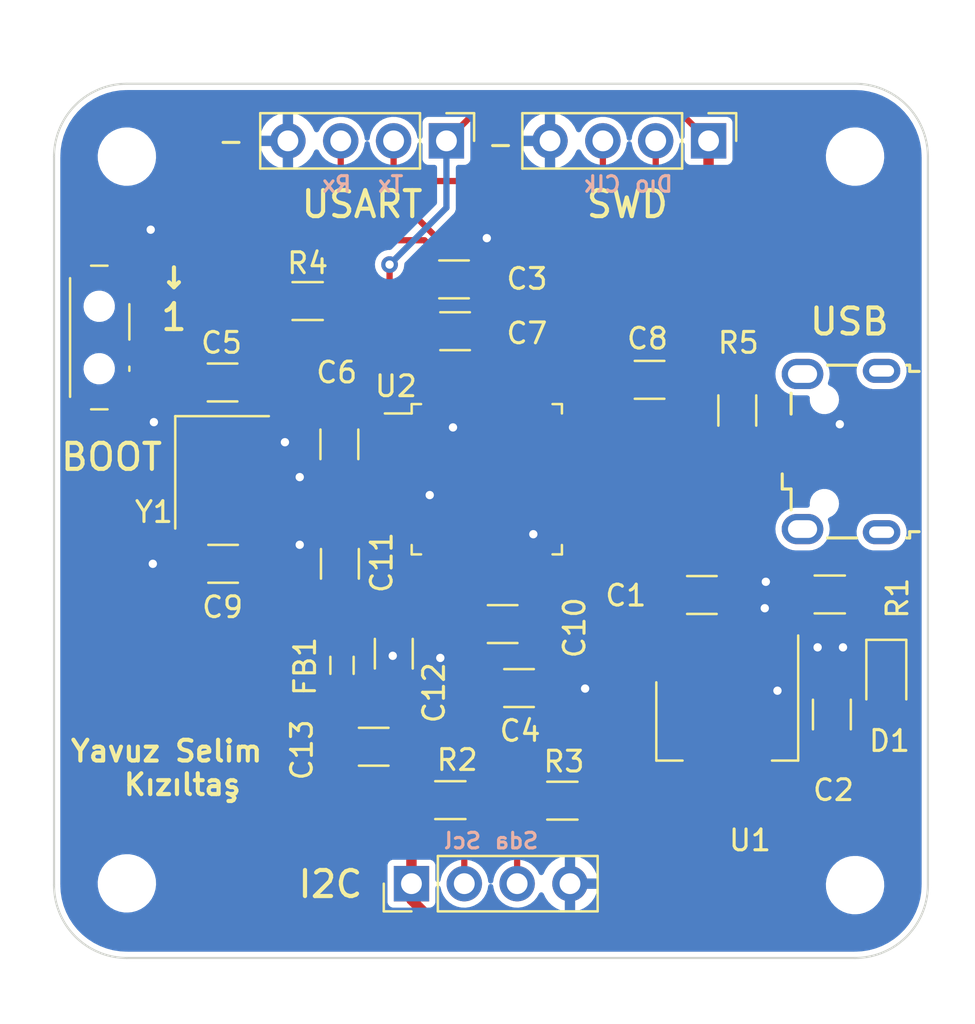
<source format=kicad_pcb>
(kicad_pcb (version 20211014) (generator pcbnew)
  (layers (0 "F.Cu" signal) (31 "B.Cu" power) (34 "B.Paste" user) (35 "F.Paste" user) (36 "B.SilkS" user "B.Silkscreen") (37 "F.SilkS" user "F.Silkscreen") (38 "B.Mask" user) (39 "F.Mask" user) (44 "Edge.Cuts" user))
  (net 0 "")
  (net 1 "VBUS")
  (net 2 "GND")
  (net 3 "+3.3V")
  (net 4 "/NRST")
  (net 5 "/HSE_IN")
  (net 6 "/HSE_OUT")
  (net 7 "+3.3VA")
  (net 8 "/PWR_LED_K")
  (net 9 "/USART1_TX")
  (net 10 "/USART1_RX")
  (net 11 "/I2C2_SCL")
  (net 12 "/I2C2_SDA")
  (net 13 "/SWDIO")
  (net 14 "/SWCLK")
  (net 15 "/USB_D-")
  (net 16 "/USB_D+")
  (net 18 "unconnected-(J4-Pad6)")
  (net 19 "Net-(R4-Pad1)")
  (net 20 "/BOOT0")
  (footprint "Capacitor_SMD:C_1206_3216Metric_Pad1.33x1.80mm_HandSolder" (layer "F.Cu") (at 101.6 58.8518 180)
    (fp_text reference "C5" (at 0.0508 1.905) (layer "F.SilkS"))
    (fp_text value "10p")
    (pad "1" smd roundrect (at -1.5625 0 180) (size 1.325 1.8) (layers "F.Cu" "F.Paste" "F.Mask") (roundrect_rratio 0.1886792453) (net 5 "/HSE_IN"))
    (pad "2" smd roundrect (at 1.5625 0 180) (size 1.325 1.8) (layers "F.Cu" "F.Paste" "F.Mask") (roundrect_rratio 0.1886792453) (net 2 "GND"))
  )
  (footprint "MountingHole:MountingHole_2.2mm_M2" (layer "F.Cu") (at 97 83)
    (fp_text reference "H2")
    (fp_text value "MountingHole")
    (pad "" np_thru_hole circle (at 0 -0.0834) (size 2.2 2.2) (drill 2.2) (layers F&B.Cu *.Mask))
  )
  (footprint "MountingHole:MountingHole_2.2mm_M2" (layer "F.Cu") (at 97 48)
    (fp_text reference "H3")
    (fp_text value "MountingHole")
    (pad "" np_thru_hole circle (at 0 0) (size 2.2 2.2) (drill 2.2) (layers *.Cu *.Mask))
  )
  (footprint "MountingHole:MountingHole_2.2mm_M2" (layer "F.Cu") (at 132 48)
    (fp_text reference "H4")
    (fp_text value "MountingHole")
    (pad "" np_thru_hole circle (at 0 0) (size 2.2 2.2) (drill 2.2) (layers *.Cu *.Mask))
  )
  (footprint "Capacitor_SMD:C_1206_3216Metric_Pad1.33x1.80mm_HandSolder" (layer "F.Cu") (at 124.6378 69.0626)
    (fp_text reference "C1" (at -3.6576 0.0254) (layer "F.SilkS"))
    (fp_text value "22u")
    (pad "1" smd roundrect (at -1.5625 0) (size 1.325 1.8) (layers "F.Cu" "F.Paste" "F.Mask") (roundrect_rratio 0.1886792453) (net 1 "VBUS"))
    (pad "2" smd roundrect (at 1.5625 0) (size 1.325 1.8) (layers "F.Cu" "F.Paste" "F.Mask") (roundrect_rratio 0.1886792453) (net 2 "GND"))
  )
  (footprint "Capacitor_SMD:C_1206_3216Metric_Pad1.33x1.80mm_HandSolder" (layer "F.Cu") (at 108.8644 76.3524)
    (fp_text reference "C13" (at -3.4544 0.1524 270) (layer "F.SilkS"))
    (fp_text value "1u")
    (pad "1" smd roundrect (at -1.5625 0) (size 1.325 1.8) (layers "F.Cu" "F.Paste" "F.Mask") (roundrect_rratio 0.1886792453) (net 3 "+3.3V"))
    (pad "2" smd roundrect (at 1.5625 0) (size 1.325 1.8) (layers "F.Cu" "F.Paste" "F.Mask") (roundrect_rratio 0.1886792453) (net 2 "GND"))
  )
  (footprint "Inductor_SMD:L_0805_2012Metric_Pad1.05x1.20mm_HandSolder" (layer "F.Cu") (at 107.3404 72.4408 -90)
    (fp_text reference "FB1" (at 0.0508 1.778 90) (layer "F.SilkS"))
    (fp_text value "120R")
    (pad "1" smd roundrect (at -1.15 0 270) (size 1.05 1.2) (layers "F.Cu" "F.Paste" "F.Mask") (roundrect_rratio 0.2380952381) (net 7 "+3.3VA"))
    (pad "2" smd roundrect (at 1.15 0 270) (size 1.05 1.2) (layers "F.Cu" "F.Paste" "F.Mask") (roundrect_rratio 0.2380952381) (net 3 "+3.3V"))
  )
  (footprint "Capacitor_SMD:C_1206_3216Metric_Pad1.33x1.80mm_HandSolder" (layer "F.Cu") (at 107.2134 61.8236 -90)
    (fp_text reference "C6" (at -3.4544 0.127 180) (layer "F.SilkS"))
    (fp_text value "100n")
    (pad "1" smd roundrect (at -1.5625 0 270) (size 1.325 1.8) (layers "F.Cu" "F.Paste" "F.Mask") (roundrect_rratio 0.1886792453) (net 3 "+3.3V"))
    (pad "2" smd roundrect (at 1.5625 0 270) (size 1.325 1.8) (layers "F.Cu" "F.Paste" "F.Mask") (roundrect_rratio 0.1886792453) (net 2 "GND"))
  )
  (footprint "Button_Switch_SMD:SW_SPDT_PCM12" (layer "F.Cu") (at 96 56.6912 -90)
    (fp_text reference "SW1" hide)
    (fp_text value "SW_SPDT")
    (pad "" smd rect (at -3.65 1.43 270) (size 1 0.8) (layers "F.Cu" "F.Paste" "F.Mask"))
    (pad "" smd rect (at -3.65 -0.78 270) (size 1 0.8) (layers "F.Cu" "F.Paste" "F.Mask"))
    (pad "" smd rect (at 3.65 1.43 270) (size 1 0.8) (layers "F.Cu" "F.Paste" "F.Mask"))
    (pad "" smd rect (at 3.65 -0.78 270) (size 1 0.8) (layers "F.Cu" "F.Paste" "F.Mask"))
    (pad "" np_thru_hole circle (at 1.5 0.33 270) (size 0.9 0.9) (drill 0.9) (layers *.Cu *.Mask))
    (pad "" np_thru_hole circle (at -1.5 0.33 270) (size 0.9 0.9) (drill 0.9) (layers *.Cu *.Mask))
    (pad "1" smd rect (at -2.25 -1.43 270) (size 0.7 1.5) (layers "F.Cu" "F.Paste" "F.Mask") (net 2 "GND"))
    (pad "2" smd rect (at 0.75 -1.43 270) (size 0.7 1.5) (layers "F.Cu" "F.Paste" "F.Mask") (net 19 "Net-(R4-Pad1)"))
    (pad "3" smd rect (at 2.25 -1.43 270) (size 0.7 1.5) (layers "F.Cu" "F.Paste" "F.Mask") (net 3 "+3.3V"))
  )
  (footprint "Resistor_SMD:R_1206_3216Metric_Pad1.30x1.75mm_HandSolder" (layer "F.Cu") (at 117.9322 78.9432 180)
    (fp_text reference "R3" (at -0.0762 1.8796) (layer "F.SilkS"))
    (fp_text value "1.5k")
    (pad "1" smd roundrect (at -1.55 0 180) (size 1.3 1.75) (layers "F.Cu" "F.Paste" "F.Mask") (roundrect_rratio 0.1923076923) (net 3 "+3.3V"))
    (pad "2" smd roundrect (at 1.55 0 180) (size 1.3 1.75) (layers "F.Cu" "F.Paste" "F.Mask") (roundrect_rratio 0.1923076923) (net 12 "/I2C2_SDA"))
  )
  (footprint "Resistor_SMD:R_1206_3216Metric_Pad1.30x1.75mm_HandSolder" (layer "F.Cu") (at 126.3396 60.198 -90)
    (fp_text reference "R5" (at -3.2512 -0.0508) (layer "F.SilkS"))
    (fp_text value "1.5k")
    (pad "1" smd roundrect (at -1.55 0 270) (size 1.3 1.75) (layers "F.Cu" "F.Paste" "F.Mask") (roundrect_rratio 0.1923076923) (net 3 "+3.3V"))
    (pad "2" smd roundrect (at 1.55 0 270) (size 1.3 1.75) (layers "F.Cu" "F.Paste" "F.Mask") (roundrect_rratio 0.1923076923) (net 16 "/USB_D+"))
  )
  (footprint "Capacitor_SMD:C_1206_3216Metric_Pad1.33x1.80mm_HandSolder" (layer "F.Cu") (at 109.8296 71.882 -90)
    (fp_text reference "C12" (at 1.8796 -1.9304 90) (layer "F.SilkS"))
    (fp_text value "1u")
    (pad "1" smd roundrect (at -1.5625 0 270) (size 1.325 1.8) (layers "F.Cu" "F.Paste" "F.Mask") (roundrect_rratio 0.1886792453) (net 7 "+3.3VA"))
    (pad "2" smd roundrect (at 1.5625 0 270) (size 1.325 1.8) (layers "F.Cu" "F.Paste" "F.Mask") (roundrect_rratio 0.1886792453) (net 2 "GND"))
  )
  (footprint "Capacitor_SMD:C_1206_3216Metric_Pad1.33x1.80mm_HandSolder" (layer "F.Cu") (at 130.8862 74.803 90)
    (fp_text reference "C2" (at -3.6322 0.0762 180) (layer "F.SilkS"))
    (fp_text value "22u")
    (pad "1" smd roundrect (at -1.5625 0 90) (size 1.325 1.8) (layers "F.Cu" "F.Paste" "F.Mask") (roundrect_rratio 0.1886792453) (net 3 "+3.3V"))
    (pad "2" smd roundrect (at 1.5625 0 90) (size 1.325 1.8) (layers "F.Cu" "F.Paste" "F.Mask") (roundrect_rratio 0.1886792453) (net 2 "GND"))
  )
  (footprint "Connector_PinHeader_2.54mm:PinHeader_1x04_P2.54mm_Vertical" (layer "F.Cu") (at 112.3596 47.244 -90)
    (fp_text reference "J1" hide)
    (fp_text value "Conn_01x04_Male")
    (pad "1" thru_hole rect (at 0 0 270) (size 1.7 1.7) (drill 1) (layers *.Cu *.Mask) (net 3 "+3.3V"))
    (pad "2" thru_hole oval (at 0 2.54 270) (size 1.7 1.7) (drill 1) (layers *.Cu *.Mask) (net 9 "/USART1_TX"))
    (pad "3" thru_hole oval (at 0 5.08 270) (size 1.7 1.7) (drill 1) (layers *.Cu *.Mask) (net 10 "/USART1_RX"))
    (pad "4" thru_hole oval (at 0 7.62 270) (size 1.7 1.7) (drill 1) (layers *.Cu *.Mask) (net 2 "GND"))
  )
  (footprint "Crystal:Crystal_SMD_3225-4Pin_3.2x2.5mm_HandSoldering" (layer "F.Cu") (at 101.5746 63.1698 -90)
    (fp_text reference "Y1" (at 1.905 3.2766 180) (layer "F.SilkS"))
    (fp_text value "16MHz")
    (pad "1" smd rect (at -1.45 1.15 270) (size 2.1 1.8) (layers "F.Cu" "F.Paste" "F.Mask") (net 5 "/HSE_IN"))
    (pad "2" smd rect (at 1.45 1.15 270) (size 2.1 1.8) (layers "F.Cu" "F.Paste" "F.Mask") (net 2 "GND"))
    (pad "3" smd rect (at 1.45 -1.15 270) (size 2.1 1.8) (layers "F.Cu" "F.Paste" "F.Mask") (net 6 "/HSE_OUT"))
    (pad "4" smd rect (at -1.45 -1.15 270) (size 2.1 1.8) (layers "F.Cu" "F.Paste" "F.Mask") (net 2 "GND"))
  )
  (footprint "Capacitor_SMD:C_1206_3216Metric_Pad1.33x1.80mm_HandSolder" (layer "F.Cu") (at 122.1232 58.7248)
    (fp_text reference "C8" (at -0.1016 -1.9812 180) (layer "F.SilkS"))
    (fp_text value "100n")
    (pad "1" smd roundrect (at -1.5625 0) (size 1.325 1.8) (layers "F.Cu" "F.Paste" "F.Mask") (roundrect_rratio 0.1886792453) (net 3 "+3.3V"))
    (pad "2" smd roundrect (at 1.5625 0) (size 1.325 1.8) (layers "F.Cu" "F.Paste" "F.Mask") (roundrect_rratio 0.1886792453) (net 2 "GND"))
  )
  (footprint "Connector_PinHeader_2.54mm:PinHeader_1x04_P2.54mm_Vertical" (layer "F.Cu") (at 110.6778 82.931 90)
    (fp_text reference "J2" hide)
    (fp_text value "Conn_01x04_Male")
    (pad "1" thru_hole rect (at 0 0 90) (size 1.7 1.7) (drill 1) (layers *.Cu *.Mask) (net 3 "+3.3V"))
    (pad "2" thru_hole oval (at 0 2.54 90) (size 1.7 1.7) (drill 1) (layers *.Cu *.Mask) (net 11 "/I2C2_SCL"))
    (pad "3" thru_hole oval (at 0 5.08 90) (size 1.7 1.7) (drill 1) (layers *.Cu *.Mask) (net 12 "/I2C2_SDA"))
    (pad "4" thru_hole oval (at 0 7.62 90) (size 1.7 1.7) (drill 1) (layers *.Cu *.Mask) (net 2 "GND"))
  )
  (footprint "Capacitor_SMD:C_1206_3216Metric_Pad1.33x1.80mm_HandSolder" (layer "F.Cu") (at 107.2388 67.564 90)
    (fp_text reference "C11" (at 0.0631 2.0066 90) (layer "F.SilkS"))
    (fp_text value "10n")
    (pad "1" smd roundrect locked (at -1.5625 0 90) (size 1.325 1.8) (layers "F.Cu" "F.Paste" "F.Mask") (roundrect_rratio 0.1886792453) (net 7 "+3.3VA"))
    (pad "2" smd roundrect locked (at 1.5625 0 90) (size 1.325 1.8) (layers "F.Cu" "F.Paste" "F.Mask") (roundrect_rratio 0.1886792453) (net 2 "GND"))
  )
  (footprint "Package_TO_SOT_SMD:SOT-223-3_TabPin2" (layer "F.Cu") (at 125.857 75.1078 -90)
    (fp_text reference "U1" (at 5.7404 -1.0922 180) (layer "F.SilkS"))
    (fp_text value "AMS1117-3.3")
    (pad "1" smd rect (at -3.15 -2.3 270) (size 2 1.5) (layers "F.Cu" "F.Paste" "F.Mask") (net 2 "GND"))
    (pad "2" smd rect (at -3.15 0 270) (size 2 1.5) (layers "F.Cu" "F.Paste" "F.Mask") (net 3 "+3.3V"))
    (pad "2" smd rect (at 3.15 0 270) (size 2 3.8) (layers "F.Cu" "F.Paste" "F.Mask") (net 3 "+3.3V"))
    (pad "3" smd rect (at -3.15 2.3 270) (size 2 1.5) (layers "F.Cu" "F.Paste" "F.Mask") (net 1 "VBUS"))
  )
  (footprint "Resistor_SMD:R_1206_3216Metric_Pad1.30x1.75mm_HandSolder" (layer "F.Cu") (at 105.6894 54.9402)
    (fp_text reference "R4" (at 0 -1.82) (layer "F.SilkS"))
    (fp_text value "10k")
    (pad "1" smd roundrect (at -1.55 0) (size 1.3 1.75) (layers "F.Cu" "F.Paste" "F.Mask") (roundrect_rratio 0.1923076923) (net 19 "Net-(R4-Pad1)"))
    (pad "2" smd roundrect (at 1.55 0) (size 1.3 1.75) (layers "F.Cu" "F.Paste" "F.Mask") (roundrect_rratio 0.1923076923) (net 20 "/BOOT0"))
  )
  (footprint "Connector_PinHeader_2.54mm:PinHeader_1x04_P2.54mm_Vertical" (layer "F.Cu") (at 124.958 47.244 -90)
    (fp_text reference "J3" hide)
    (fp_text value "Conn_01x04_Male")
    (pad "1" thru_hole rect (at 0 0 270) (size 1.7 1.7) (drill 1) (layers *.Cu *.Mask) (net 3 "+3.3V"))
    (pad "2" thru_hole oval (at 0 2.54 270) (size 1.7 1.7) (drill 1) (layers *.Cu *.Mask) (net 13 "/SWDIO"))
    (pad "3" thru_hole oval (at 0 5.08 270) (size 1.7 1.7) (drill 1) (layers *.Cu *.Mask) (net 14 "/SWCLK"))
    (pad "4" thru_hole oval (at 0 7.62 270) (size 1.7 1.7) (drill 1) (layers *.Cu *.Mask) (net 2 "GND"))
  )
  (footprint "Resistor_SMD:R_1206_3216Metric_Pad1.30x1.75mm_HandSolder" (layer "F.Cu") (at 130.7846 69.0372 180)
    (fp_text reference "R1" (at -3.2512 -0.1778 90) (layer "F.SilkS"))
    (fp_text value "1.5k")
    (pad "1" smd roundrect (at -1.55 0 180) (size 1.3 1.75) (layers "F.Cu" "F.Paste" "F.Mask") (roundrect_rratio 0.1923076923) (net 8 "/PWR_LED_K"))
    (pad "2" smd roundrect (at 1.55 0 180) (size 1.3 1.75) (layers "F.Cu" "F.Paste" "F.Mask") (roundrect_rratio 0.1923076923) (net 2 "GND"))
  )
  (footprint "LED_SMD:LED_0805_2012Metric_Pad1.15x1.40mm_HandSolder" (layer "F.Cu") (at 133.5024 73.0758 -90)
    (fp_text reference "D1" (at 2.9972 -0.1524 180) (layer "F.SilkS"))
    (fp_text value "RED")
    (pad "1" smd roundrect (at -1.025 0 270) (size 1.15 1.4) (layers "F.Cu" "F.Paste" "F.Mask") (roundrect_rratio 0.2173913043) (net 8 "/PWR_LED_K"))
    (pad "2" smd roundrect (at 1.025 0 270) (size 1.15 1.4) (layers "F.Cu" "F.Paste" "F.Mask") (roundrect_rratio 0.2173913043) (net 3 "+3.3V"))
  )
  (footprint "Connector_USB:USB_Micro-B_Wuerth_629105150521" (layer "F.Cu") (at 131.325 62.17 90)
    (fp_text reference "J4" hide)
    (fp_text value "USB_B_Micro")
    (pad "" np_thru_hole oval (at -2.5 -0.8 90) (size 0.8 0.8) (drill 0.8) (layers *.Cu *.Mask))
    (pad "" np_thru_hole oval (at 2.5 -0.8 90) (size 0.8 0.8) (drill 0.8) (layers *.Cu *.Mask))
    (pad "1" smd rect (at -1.3 -1.9 90) (size 0.45 1.3) (layers "F.Cu" "F.Paste" "F.Mask") (net 1 "VBUS"))
    (pad "2" smd rect (at -0.65 -1.9 90) (size 0.45 1.3) (layers "F.Cu" "F.Paste" "F.Mask") (net 15 "/USB_D-"))
    (pad "3" smd rect (at 0 -1.9 90) (size 0.45 1.3) (layers "F.Cu" "F.Paste" "F.Mask") (net 16 "/USB_D+"))
    (pad "4" smd rect (at 0.65 -1.9 90) (size 0.45 1.3) (layers "F.Cu" "F.Paste" "F.Mask"))
    (pad "5" smd rect (at 1.3 -1.9 90) (size 0.45 1.3) (layers "F.Cu" "F.Paste" "F.Mask") (net 2 "GND"))
    (pad "6" thru_hole oval (at 3.725 -1.85 90) (size 1.45 2) (drill oval 0.85 1.4) (layers *.Cu *.Mask) (net 18 "unconnected-(J4-Pad6)"))
    (pad "6" thru_hole oval (at 3.875 1.95 90) (size 1.15 1.8) (drill oval 0.55 1.2) (layers *.Cu *.Mask) (net 18 "unconnected-(J4-Pad6)"))
    (pad "6" thru_hole oval (at -3.875 1.95 90) (size 1.15 1.8) (drill oval 0.55 1.2) (layers *.Cu *.Mask) (net 18 "unconnected-(J4-Pad6)"))
    (pad "6" thru_hole oval (at -3.725 -1.85 90) (size 1.45 2) (drill oval 0.85 1.4) (layers *.Cu *.Mask) (net 18 "unconnected-(J4-Pad6)"))
  )
  (footprint "Capacitor_SMD:C_1206_3216Metric_Pad1.33x1.80mm_HandSolder" (layer "F.Cu") (at 101.6254 67.564 180)
    (fp_text reference "C9" (at 0.0254 -2.0828 180) (layer "F.SilkS"))
    (fp_text value "10p")
    (pad "1" smd roundrect (at -1.5625 0 180) (size 1.325 1.8) (layers "F.Cu" "F.Paste" "F.Mask") (roundrect_rratio 0.1886792453) (net 6 "/HSE_OUT"))
    (pad "2" smd roundrect (at 1.5625 0 180) (size 1.325 1.8) (layers "F.Cu" "F.Paste" "F.Mask") (roundrect_rratio 0.1886792453) (net 2 "GND"))
  )
  (footprint "Resistor_SMD:R_1206_3216Metric_Pad1.30x1.75mm_HandSolder" (layer "F.Cu") (at 112.5474 78.9178)
    (fp_text reference "R2" (at 0.3302 -1.9304) (layer "F.SilkS"))
    (fp_text value "1.5k")
    (pad "1" smd roundrect (at -1.55 0) (size 1.3 1.75) (layers "F.Cu" "F.Paste" "F.Mask") (roundrect_rratio 0.1923076923) (net 3 "+3.3V"))
    (pad "2" smd roundrect (at 1.55 0) (size 1.3 1.75) (layers "F.Cu" "F.Paste" "F.Mask") (roundrect_rratio 0.1923076923) (net 11 "/I2C2_SCL"))
  )
  (footprint "MountingHole:MountingHole_2.2mm_M2" (layer "F.Cu") (at 132 83)
    (fp_text reference "H1")
    (fp_text value "MountingHole")
    (pad "" np_thru_hole circle (at 0 0) (size 2.2 2.2) (drill 2.2) (layers *.Cu *.Mask))
  )
  (footprint "Capacitor_SMD:C_1206_3216Metric_Pad1.33x1.80mm_HandSolder" (layer "F.Cu") (at 115.8494 73.533)
    (fp_text reference "C4" (at 0.0508 2.0574) (layer "F.SilkS"))
    (fp_text value "100n")
    (pad "1" smd roundrect (at -1.5625 0) (size 1.325 1.8) (layers "F.Cu" "F.Paste" "F.Mask") (roundrect_rratio 0.1886792453) (net 4 "/NRST"))
    (pad "2" smd roundrect (at 1.5625 0) (size 1.325 1.8) (layers "F.Cu" "F.Paste" "F.Mask") (roundrect_rratio 0.1886792453) (net 2 "GND"))
  )
  (footprint "Capacitor_SMD:C_1206_3216Metric_Pad1.33x1.80mm_HandSolder" (layer "F.Cu") (at 112.7252 53.8988)
    (fp_text reference "C3" (at 3.5052 -0.0254 180) (layer "F.SilkS"))
    (fp_text value "10u")
    (pad "1" smd roundrect (at -1.5625 0) (size 1.325 1.8) (layers "F.Cu" "F.Paste" "F.Mask") (roundrect_rratio 0.1886792453) (net 3 "+3.3V"))
    (pad "2" smd roundrect (at 1.5625 0) (size 1.325 1.8) (layers "F.Cu" "F.Paste" "F.Mask") (roundrect_rratio 0.1886792453) (net 2 "GND"))
  )
  (footprint "Capacitor_SMD:C_1206_3216Metric_Pad1.33x1.80mm_HandSolder" (layer "F.Cu") (at 115.062 70.4596 180)
    (fp_text reference "C10" (at -3.4544 -0.1778 270) (layer "F.SilkS"))
    (fp_text value "100n")
    (pad "1" smd roundrect (at -1.5625 0 180) (size 1.325 1.8) (layers "F.Cu" "F.Paste" "F.Mask") (roundrect_rratio 0.1886792453) (net 3 "+3.3V"))
    (pad "2" smd roundrect (at 1.5625 0 180) (size 1.325 1.8) (layers "F.Cu" "F.Paste" "F.Mask") (roundrect_rratio 0.1886792453) (net 2 "GND"))
  )
  (footprint "Capacitor_SMD:C_1206_3216Metric_Pad1.33x1.80mm_HandSolder" (layer "F.Cu") (at 112.776 56.388)
    (fp_text reference "C7" (at 3.4544 0.1016) (layer "F.SilkS"))
    (fp_text value "100n")
    (pad "1" smd roundrect (at -1.5625 0) (size 1.325 1.8) (layers "F.Cu" "F.Paste" "F.Mask") (roundrect_rratio 0.1886792453) (net 3 "+3.3V"))
    (pad "2" smd roundrect (at 1.5625 0) (size 1.325 1.8) (layers "F.Cu" "F.Paste" "F.Mask") (roundrect_rratio 0.1886792453) (net 2 "GND"))
  )
  (footprint "Package_QFP:LQFP-48_7x7mm_P0.5mm" (layer "F.Cu") (at 114.3 63.5)
    (fp_text reference "U2" (at -4.3688 -4.4704) (layer "F.SilkS"))
    (fp_text value "STM32F103C8T6")
    (pad "1" smd roundrect (at -4.1625 -2.75) (size 1.475 0.3) (layers "F.Cu" "F.Paste" "F.Mask") (net 3 "+3.3V"))
    (pad "2" smd roundrect (at -4.1625 -2.25) (size 1.475 0.3) (layers "F.Cu" "F.Paste" "F.Mask"))
    (pad "3" smd roundrect (at -4.1625 -1.75) (size 1.475 0.3) (layers "F.Cu" "F.Paste" "F.Mask"))
    (pad "4" smd roundrect (at -4.1625 -1.25) (size 1.475 0.3) (layers "F.Cu" "F.Paste" "F.Mask"))
    (pad "5" smd roundrect (at -4.1625 -0.75) (size 1.475 0.3) (layers "F.Cu" "F.Paste" "F.Mask") (net 5 "/HSE_IN"))
    (pad "6" smd roundrect (at -4.1625 -0.25) (size 1.475 0.3) (layers "F.Cu" "F.Paste" "F.Mask") (net 6 "/HSE_OUT"))
    (pad "7" smd roundrect (at -4.1625 0.25) (size 1.475 0.3) (layers "F.Cu" "F.Paste" "F.Mask") (net 4 "/NRST"))
    (pad "8" smd roundrect (at -4.1625 0.75) (size 1.475 0.3) (layers "F.Cu" "F.Paste" "F.Mask") (net 2 "GND"))
    (pad "9" smd roundrect (at -4.1625 1.25) (size 1.475 0.3) (layers "F.Cu" "F.Paste" "F.Mask") (net 7 "+3.3VA"))
    (pad "10" smd roundrect (at -4.1625 1.75) (size 1.475 0.3) (layers "F.Cu" "F.Paste" "F.Mask"))
    (pad "11" smd roundrect (at -4.1625 2.25) (size 1.475 0.3) (layers "F.Cu" "F.Paste" "F.Mask"))
    (pad "12" smd roundrect (at -4.1625 2.75) (size 1.475 0.3) (layers "F.Cu" "F.Paste" "F.Mask"))
    (pad "13" smd roundrect (at -2.75 4.1625) (size 0.3 1.475) (layers "F.Cu" "F.Paste" "F.Mask"))
    (pad "14" smd roundrect (at -2.25 4.1625) (size 0.3 1.475) (layers "F.Cu" "F.Paste" "F.Mask"))
    (pad "15" smd roundrect (at -1.75 4.1625) (size 0.3 1.475) (layers "F.Cu" "F.Paste" "F.Mask"))
    (pad "16" smd roundrect (at -1.25 4.1625) (size 0.3 1.475) (layers "F.Cu" "F.Paste" "F.Mask"))
    (pad "17" smd roundrect (at -0.75 4.1625) (size 0.3 1.475) (layers "F.Cu" "F.Paste" "F.Mask"))
    (pad "18" smd roundrect (at -0.25 4.1625) (size 0.3 1.475) (layers "F.Cu" "F.Paste" "F.Mask"))
    (pad "19" smd roundrect (at 0.25 4.1625) (size 0.3 1.475) (layers "F.Cu" "F.Paste" "F.Mask"))
    (pad "20" smd roundrect (at 0.75 4.1625) (size 0.3 1.475) (layers "F.Cu" "F.Paste" "F.Mask"))
    (pad "21" smd roundrect (at 1.25 4.1625) (size 0.3 1.475) (layers "F.Cu" "F.Paste" "F.Mask") (net 11 "/I2C2_SCL"))
    (pad "22" smd roundrect (at 1.75 4.1625) (size 0.3 1.475) (layers "F.Cu" "F.Paste" "F.Mask") (net 12 "/I2C2_SDA"))
    (pad "23" smd roundrect (at 2.25 4.1625) (size 0.3 1.475) (layers "F.Cu" "F.Paste" "F.Mask") (net 2 "GND"))
    (pad "24" smd roundrect (at 2.75 4.1625) (size 0.3 1.475) (layers "F.Cu" "F.Paste" "F.Mask") (net 3 "+3.3V"))
    (pad "25" smd roundrect (at 4.1625 2.75) (size 1.475 0.3) (layers "F.Cu" "F.Paste" "F.Mask"))
    (pad "26" smd roundrect (at 4.1625 2.25) (size 1.475 0.3) (layers "F.Cu" "F.Paste" "F.Mask"))
    (pad "27" smd roundrect (at 4.1625 1.75) (size 1.475 0.3) (layers "F.Cu" "F.Paste" "F.Mask"))
    (pad "28" smd roundrect (at 4.1625 1.25) (size 1.475 0.3) (layers "F.Cu" "F.Paste" "F.Mask"))
    (pad "29" smd roundrect (at 4.1625 0.75) (size 1.475 0.3) (layers "F.Cu" "F.Paste" "F.Mask"))
    (pad "30" smd roundrect (at 4.1625 0.25) (size 1.475 0.3) (layers "F.Cu" "F.Paste" "F.Mask"))
    (pad "31" smd roundrect (at 4.1625 -0.25) (size 1.475 0.3) (layers "F.Cu" "F.Paste" "F.Mask"))
    (pad "32" smd roundrect (at 4.1625 -0.75) (size 1.475 0.3) (layers "F.Cu" "F.Paste" "F.Mask") (net 15 "/USB_D-"))
    (pad "33" smd roundrect (at 4.1625 -1.25) (size 1.475 0.3) (layers "F.Cu" "F.Paste" "F.Mask") (net 16 "/USB_D+"))
    (pad "34" smd roundrect (at 4.1625 -1.75) (size 1.475 0.3) (layers "F.Cu" "F.Paste" "F.Mask") (net 13 "/SWDIO"))
    (pad "35" smd roundrect (at 4.1625 -2.25) (size 1.475 0.3) (layers "F.Cu" "F.Paste" "F.Mask") (net 2 "GND"))
    (pad "36" smd roundrect (at 4.1625 -2.75) (size 1.475 0.3) (layers "F.Cu" "F.Paste" "F.Mask") (net 3 "+3.3V"))
    (pad "37" smd roundrect (at 2.75 -4.1625) (size 0.3 1.475) (layers "F.Cu" "F.Paste" "F.Mask") (net 14 "/SWCLK"))
    (pad "38" smd roundrect (at 2.25 -4.1625) (size 0.3 1.475) (layers "F.Cu" "F.Paste" "F.Mask"))
    (pad "39" smd roundrect (at 1.75 -4.1625) (size 0.3 1.475) (layers "F.Cu" "F.Paste" "F.Mask"))
    (pad "40" smd roundrect (at 1.25 -4.1625) (size 0.3 1.475) (layers "F.Cu" "F.Paste" "F.Mask"))
    (pad "41" smd roundrect (at 0.75 -4.1625) (size 0.3 1.475) (layers "F.Cu" "F.Paste" "F.Mask"))
    (pad "42" smd roundrect (at 0.25 -4.1625) (size 0.3 1.475) (layers "F.Cu" "F.Paste" "F.Mask") (net 9 "/USART1_TX"))
    (pad "43" smd roundrect (at -0.25 -4.1625) (size 0.3 1.475) (layers "F.Cu" "F.Paste" "F.Mask") (net 10 "/USART1_RX"))
    (pad "44" smd roundrect (at -0.75 -4.1625) (size 0.3 1.475) (layers "F.Cu" "F.Paste" "F.Mask") (net 20 "/BOOT0"))
    (pad "45" smd roundrect (at -1.25 -4.1625) (size 0.3 1.475) (layers "F.Cu" "F.Paste" "F.Mask"))
    (pad "46" smd roundrect (at -1.75 -4.1625) (size 0.3 1.475) (layers "F.Cu" "F.Paste" "F.Mask"))
    (pad "47" smd roundrect (at -2.25 -4.1625) (size 0.3 1.475) (layers "F.Cu" "F.Paste" "F.Mask") (net 2 "GND"))
    (pad "48" smd roundrect (at -2.75 -4.1625) (size 0.3 1.475) (layers "F.Cu" "F.Paste" "F.Mask") (net 3 "+3.3V"))
  )
  (gr_line (start 93.5 83) (end 93.5 48) (layer "Edge.Cuts") (width 0.1))
  (gr_arc (start 93.5 48) (mid 94.525126 45.525126) (end 97 44.5) (layer "Edge.Cuts") (width 0.1))
  (gr_arc (start 135.5 83) (mid 134.474874 85.474874) (end 132 86.5) (layer "Edge.Cuts") (width 0.1))
  (gr_line (start 135.5 83) (end 135.5 48) (layer "Edge.Cuts") (width 0.1))
  (gr_line (start 97 44.5) (end 132 44.5) (layer "Edge.Cuts") (width 0.1))
  (gr_arc (start 97 86.5) (mid 94.525126 85.474874) (end 93.5 83) (layer "Edge.Cuts") (width 0.1))
  (gr_line (start 97 86.5) (end 132 86.5) (layer "Edge.Cuts") (width 0.1))
  (gr_arc (start 132 44.5) (mid 134.474874 45.525126) (end 135.5 48) (layer "Edge.Cuts") (width 0.1))
  (gr_text "Scl\n" (at 113.1316 80.8736) (layer "B.SilkS") (effects (font (size 0.75 0.75)) (justify mirror)))
  (gr_text "Rx\n" (at 107.0864 49.3268) (layer "B.SilkS") (effects (font (size 0.75 0.75)) (justify mirror)))
  (gr_text "Dıo\n" (at 122.3264 49.3268) (layer "B.SilkS") (effects (font (size 0.75 0.75)) (justify mirror)))
  (gr_text "Sda\n" (at 115.7224 80.8736) (layer "B.SilkS") (effects (font (size 0.75 0.75)) (justify mirror)))
  (gr_text "Clk" (at 119.8372 49.3268) (layer "B.SilkS") (effects (font (size 0.75 0.75)) (justify mirror)))
  (gr_text "Tx\n" (at 109.6772 49.3268) (layer "B.SilkS") (effects (font (size 0.75 0.75)) (justify mirror)))
  (gr_text "-\n" (at 114.9604 47.3964) (layer "F.SilkS") (effects (font (size 1 1))))
  (gr_text "BOOT" (at 96.266 62.4332) (layer "F.SilkS") (effects (font (size 1.25 1.25) (thickness 0.2))))
  (gr_text "USART" (at 108.3056 50.292) (layer "F.SilkS") (effects (font (size 1.25 1.25) (thickness 0.2))))
  (gr_text "I2C" (at 106.7816 82.9564) (layer "F.SilkS") (effects (font (size 1.25 1.25) (thickness 0.2))))
  (gr_text "-\n" (at 102.0064 47.244) (layer "F.SilkS") (effects (font (size 1 1))))
  (gr_text "↓\n1" (at 99.2632 54.7116) (layer "F.SilkS") (effects (font (size 1.25 1.25) (thickness 0.2))))
  (gr_text "USB\n" (at 131.7244 55.9308) (layer "F.SilkS") (effects (font (size 1.25 1.25) (thickness 0.2))))
  (gr_text "Yavuz Selim\n  Kızıltaş" (at 98.9076 77.3684) (layer "F.SilkS") (effects (font (size 1 1) (thickness 0.2))))
  (gr_text "SWD\n" (at 121.0564 50.292) (layer "F.SilkS") (effects (font (size 1.25 1.25) (thickness 0.2))))
  (segment (start 107.2134 63.3861) (end 105.3207 63.3861) (width 0.3) (layer "F.Cu") (net 2))
  (segment (start 116.55 66.1564) (end 116.5352 66.1416) (width 0.3) (layer "F.Cu") (net 2))
  (segment (start 110.4269 73.4576) (end 110.363 73.3937) (width 0.3) (layer "F.Cu") (net 2))
  (segment (start 110.363 73.3937) (end 110.363 73.4822) (width 0.3) (layer "F.Cu") (net 2))
  (segment (start 129.425 60.87) (end 131.2556 60.87) (width 0.3) (layer "F.Cu") (net 2))
  (segment (start 116.55 67.6625) (end 116.55 66.1564) (width 0.3) (layer "F.Cu") (net 2))
  (segment (start 127.6604 60.3504) (end 125.3113 60.3504) (width 0.3) (layer "F.Cu") (net 2))
  (segment (start 110.4269 76.3524) (end 110.4269 73.4576) (width 0.3) (layer "F.Cu") (net 2))
  (segment (start 114.2877 51.9299) (end 114.3 51.9176) (width 0.3) (layer "F.Cu") (net 2))
  (segment (start 98.1456 53.7256) (end 97.43 54.4412) (width 0.3) (layer "F.Cu") (net 2))
  (segment (start 100.0375 58.8518) (end 100.0375 59.0173) (width 0.3) (layer "F.Cu") (net 2))
  (segment (start 100.4246 64.6198) (end 100.4246 67.2023) (width 0.3) (layer "F.Cu") (net 2))
  (segment (start 113.4995 70.6505) (end 112.0648 72.0852) (width 0.3) (layer "F.Cu") (net 2))
  (segment (start 120.5124 61.25) (end 123.0376 58.7248) (width 0.3) (layer "F.Cu") (net 2))
  (segment (start 105.3207 63.3861) (end 105.3084 63.3984) (width 0.3) (layer "F.Cu") (net 2))
  (segment (start 118.999 73.533) (end 119.0244 73.5584) (width 0.3) (layer "F.Cu") (net 2))
  (segment (start 114.3385 53.9496) (end 114.2877 53.8988) (width 0.3) (layer "F.Cu") (net 2))
  (segment (start 131.2556 60.87) (end 131.2672 60.8584) (width 0.3) (layer "F.Cu") (net 2))
  (segment (start 112.6744 61.0108) (end 112.05 60.3864) (width 0.3) (layer "F.Cu") (net 2))
  (segment (start 107.2388 66.0015) (end 105.9565 66.0015) (width 0.3) (layer "F.Cu") (net 2))
  (segment (start 111.5448 64.25) (end 111.5568 64.262) (width 0.3) (layer "F.Cu") (net 2))
  (segment (start 109.8296 72.0344) (end 109.7788 71.9836) (width 0.3) (layer "F.Cu") (net 2))
  (segment (start 114.3385 56.388) (end 114.3385 53.9496) (width 0.3) (layer "F.Cu") (net 2))
  (segment (start 128.255 60.945) (end 127.6604 60.3504) (width 0.3) (layer "F.Cu") (net 2))
  (segment (start 112.05 60.3864) (end 112.05 59.3375) (width 0.3) (layer "F.Cu") (net 2))
  (segment (start 129.4026 60.945) (end 128.255 60.945) (width 0.3) (layer "F.Cu") (net 2))
  (segment (start 118.4625 61.25) (end 120.5124 61.25) (width 0.3) (layer "F.Cu") (net 2))
  (segment (start 102.7246 61.7198) (end 104.595 61.7198) (width 0.3) (layer "F.Cu") (net 2))
  (segment (start 100.0375 59.0173) (end 98.298 60.7568) (width 0.3) (layer "F.Cu") (net 2))
  (segment (start 100.0629 67.564) (end 98.2472 67.564) (width 0.3) (layer "F.Cu") (net 2))
  (segment (start 114.2877 53.8988) (end 114.2877 51.9299) (width 0.3) (layer "F.Cu") (net 2))
  (segment (start 105.9565 66.0015) (end 105.3084 66.6496) (width 0.3) (layer "F.Cu") (net 2))
  (segment (start 110.1375 64.25) (end 111.5448 64.25) (width 0.3) (layer "F.Cu") (net 2))
  (segment (start 129.425 60.9226) (end 129.4026 60.945) (width 0.3) (layer "F.Cu") (net 2))
  (segment (start 98.1456 51.5112) (end 98.1456 53.7256) (width 0.3) (layer "F.Cu") (net 2))
  (segment (start 109.8296 73.4445) (end 109.8296 72.0344) (width 0.3) (layer "F.Cu") (net 2))
  (segment (start 125.3113 60.3504) (end 123.6857 58.7248) (width 0.3) (layer "F.Cu") (net 2))
  (segment (start 113.4995 70.4596) (end 113.4995 70.6505) (width 0.3) (layer "F.Cu") (net 2))
  (segment (start 107.6829 63.8556) (end 107.2134 63.3861) (width 0.3) (layer "F.Cu") (net 2))
  (segment (start 104.595 61.7198) (end 104.5972 61.722) (width 0.3) (layer "F.Cu") (net 2))
  (segment (start 123.0376 58.7248) (end 123.6857 58.7248) (width 0.3) (layer "F.Cu") (net 2))
  (segment (start 117.4119 73.533) (end 118.999 73.533) (width 0.3) (layer "F.Cu") (net 2))
  (segment (start 100.4246 67.2023) (end 100.0629 67.564) (width 0.3) (layer "F.Cu") (net 2))
  (segment (start 129.425 60.87) (end 129.425 60.9226) (width 0.3) (layer "F.Cu") (net 2))
  (via (at 111.5568 64.262) (size 0.8) (drill 0.4) (layers "F.Cu" "B.Cu") (net 2))
  (via (at 119.0244 73.5584) (size 0.8) (drill 0.4) (layers "F.Cu" "B.Cu") (net 2))
  (via (at 98.298 60.7568) (size 0.8) (drill 0.4) (layers "F.Cu" "B.Cu") (net 2))
  (via (at 127.6604 69.6976) (size 0.8) (drill 0.4) (layers "F.Cu" "B.Cu") (net 2))
  (via (at 114.3 51.9176) (size 0.8) (drill 0.4) (layers "F.Cu" "B.Cu") (net 2))
  (via (at 116.5352 66.1416) (size 0.8) (drill 0.4) (layers "F.Cu" "B.Cu") (net 2))
  (via (at 105.3084 63.3984) (size 0.8) (drill 0.4) (layers "F.Cu" "B.Cu") (net 2))
  (via (at 98.2472 67.564) (size 0.8) (drill 0.4) (layers "F.Cu" "B.Cu") (net 2))
  (via (at 105.3084 66.6496) (size 0.8) (drill 0.4) (layers "F.Cu" "B.Cu") (net 2))
  (via (at 98.1456 51.5112) (size 0.8) (drill 0.4) (layers "F.Cu" "B.Cu") (net 2))
  (via (at 109.7788 71.9836) (size 0.8) (drill 0.4) (layers "F.Cu" "B.Cu") (net 2))
  (via (at 112.0648 72.0852) (size 0.8) (drill 0.4) (layers "F.Cu" "B.Cu") (net 2))
  (via (at 128.27 73.66) (size 0.8) (drill 0.4) (layers "F.Cu" "B.Cu") (net 2))
  (via (at 131.2672 60.8584) (size 0.8) (drill 0.4) (layers "F.Cu" "B.Cu") (net 2))
  (via (at 130.2004 71.5772) (size 0.8) (drill 0.4) (layers "F.Cu" "B.Cu") (net 2))
  (via (at 127.7112 68.4276) (size 0.8) (drill 0.4) (layers "F.Cu" "B.Cu") (net 2))
  (via (at 104.5972 61.722) (size 0.8) (drill 0.4) (layers "F.Cu" "B.Cu") (net 2))
  (via (at 131.4196 71.5772) (size 0.8) (drill 0.4) (layers "F.Cu" "B.Cu") (net 2))
  (via (at 112.6744 61.0108) (size 0.8) (drill 0.4) (layers "F.Cu" "B.Cu") (net 2))
  (segment (start 109.6264 54.1528) (end 109.7788 54.3052) (width 0.3) (layer "F.Cu") (net 3))
  (segment (start 119.4822 78.9432) (end 121.1078 80.5688) (width 0.5) (layer "F.Cu") (net 3))
  (segment (start 121.5644 56.8452) (end 120.5607 57.8489) (width 0.5) (layer "F.Cu") (net 3))
  (segment (start 120.4468 72.7964) (end 118.11 70.4596) (width 0.5) (layer "F.Cu") (net 3))
  (segment (start 107.3404 73.5908) (end 107.3404 76.3139) (width 0.5) (layer "F.Cu") (net 3))
  (segment (start 95.6564 59.6648) (end 95.6564 68.072) (width 0.3) (layer "F.Cu") (net 3))
  (segment (start 123.546 80.5688) (end 125.857 78.2578) (width 0.5) (layer "F.Cu") (net 3))
  (segment (start 97.43 58.9412) (end 96.38 58.9412) (width 0.3) (layer "F.Cu") (net 3))
  (segment (start 118.11 70.4596) (end 116.6245 70.4596) (width 0.5) (layer "F.Cu") (net 3))
  (segment (start 97.73 58.9412) (end 97.43 58.9412) (width 0.3) (layer "F.Cu") (net 3))
  (segment (start 107.3019 76.3524) (end 109.8673 78.9178) (width 0.5) (layer "F.Cu") (net 3))
  (segment (start 121.1078 80.5688) (end 122.4788 80.5688) (width 0.5) (layer "F.Cu") (net 3))
  (segment (start 120.4976 85.1408) (end 112.1156 85.1408) (width 0.5) (layer "F.Cu") (net 3))
  (segment (start 96.38 58.9412) (end 95.6564 59.6648) (width 0.3) (layer "F.Cu") (net 3))
  (segment (start 119.4822 78.587) (end 120.4468 77.6224) (width 0.5) (layer "F.Cu") (net 3))
  (segment (start 111.55 59.3375) (end 111.55 58.1084) (width 0.3) (layer "F.Cu") (net 3))
  (segment (start 108.7751 60.2611) (end 107.2134 60.2611) (width 0.3) (layer "F.Cu") (net 3))
  (segment (start 111.2135 56.388) (end 111.2135 53.9496) (width 0.3) (layer "F.Cu") (net 3))
  (segment (start 118.5355 60.75) (end 120.5607 58.7248) (width 0.3) (layer "F.Cu") (net 3))
  (segment (start 110.8016 60.75) (end 111.55 60.0016) (width 0.3) (layer "F.Cu") (net 3))
  (segment (start 118.4625 60.75) (end 118.5355 60.75) (width 0.3) (layer "F.Cu") (net 3))
  (segment (start 125.8316 56.8452) (end 121.5644 56.8452) (width 0.5) (layer "F.Cu") (net 3))
  (segment (start 95.6564 68.072) (end 101.1752 73.5908) (width 0.3) (layer "F.Cu") (net 3))
  (segment (start 131.0255 76.5048) (end 130.8862 76.3655) (width 0.5) (layer "F.Cu") (net 3))
  (segment (start 132.588 76.5048) (end 131.0255 76.5048) (width 0.5) (layer "F.Cu") (net 3))
  (segment (start 101.1752 73.5908) (end 107.3404 73.5908) (width 0.3) (layer "F.Cu") (net 3))
  (segment (start 117.05 68.6748) (end 116.6245 69.1003) (width 0.3) (layer "F.Cu") (net 3))
  (segment (start 124.958 47.244) (end 124.958 55.9716) (width 0.5) (layer "F.Cu") (net 3))
  (segment (start 122.4788 80.5688) (end 122.4788 83.1596) (width 0.5) (layer "F.Cu") (net 3))
  (segment (start 111.2135 57.7719) (end 111.2135 56.388) (width 0.3) (layer "F.Cu") (net 3))
  (segment (start 133.5024 74.1008) (end 133.5024 75.5904) (width 0.5) (layer "F.Cu") (net 3))
  (segment (start 117.05 67.6625) (end 117.05 68.6748) (width 0.3) (layer "F.Cu") (net 3))
  (segment (start 116.6245 69.1003) (end 116.6245 70.4596) (width 0.3) (layer "F.Cu") (net 3))
  (segment (start 110.6778 79.2374) (end 110.9974 78.9178) (width 0.5) (layer "F.Cu") (net 3))
  (segment (start 110.6778 82.931) (end 110.6778 79.2374) (width 0.5) (layer "F.Cu") (net 3))
  (segment (start 98.53 58.1412) (end 97.73 58.9412) (width 0.3) (layer "F.Cu") (net 3))
  (segment (start 110.1375 60.75) (end 109.264 60.75) (width 0.3) (layer "F.Cu") (net 3))
  (segment (start 109.7788 54.3052) (end 110.7563 54.3052) (width 0.3) (layer "F.Cu") (net 3))
  (segment (start 126.3396 58.648) (end 126.3396 57.3532) (width 0.5) (layer "F.Cu") (net 3))
  (segment (start 120.5607 57.8489) (end 120.5607 58.7248) (width 0.5) (layer "F.Cu") (net 3))
  (segment (start 112.3596 47.244) (end 114.1376 45.466) (width 0.3) (layer "F.Cu") (net 3))
  (segment (start 112.1156 85.1408) (end 110.6778 83.703) (width 0.5) (layer "F.Cu") (net 3))
  (segment (start 111.2135 53.9496) (end 111.1627 53.8988) (width 0.3) (layer "F.Cu") (net 3))
  (segment (start 109.8673 78.9178) (end 110.9974 78.9178) (width 0.5) (layer "F.Cu") (net 3))
  (segment (start 107.2134 60.2611) (end 103.3911 56.4388) (width 0.3) (layer "F.Cu") (net 3))
  (segment (start 98.53 57.7816) (end 98.53 58.1412) (width 0.3) (layer "F.Cu") (net 3))
  (segment (start 126.3396 57.3532) (end 125.8316 56.8452) (width 0.5) (layer "F.Cu") (net 3))
  (segment (start 103.3911 56.4388) (end 99.8728 56.4388) (width 0.3) (layer "F.Cu") (net 3))
  (segment (start 111.55 58.1084) (end 111.2135 57.7719) (width 0.3) (layer "F.Cu") (net 3))
  (segment (start 110.1375 60.75) (end 110.8016 60.75) (width 0.3) (layer "F.Cu") (net 3))
  (segment (start 111.55 60.0016) (end 111.55 59.3375) (width 0.3) (layer "F.Cu") (net 3))
  (segment (start 123.18 45.466) (end 124.958 47.244) (width 0.3) (layer "F.Cu") (net 3))
  (segment (start 109.264 60.75) (end 108.7751 60.2611) (width 0.3) (layer "F.Cu") (net 3))
  (segment (start 114.1376 45.466) (end 123.18 45.466) (width 0.3) (layer "F.Cu") (net 3))
  (segment (start 119.4822 78.9432) (end 119.4822 78.587) (width 0.5) (layer "F.Cu") (net 3))
  (segment (start 122.4788 83.1596) (end 120.4976 85.1408) (width 0.5) (layer "F.Cu") (net 3))
  (segment (start 122.4788 80.5688) (end 123.546 80.5688) (width 0.5) (layer "F.Cu") (net 3))
  (segment (start 133.5024 75.5904) (end 132.588 76.5048) (width 0.5) (layer "F.Cu") (net 3))
  (segment (start 99.8728 56.4388) (end 98.53 57.7816) (width 0.3) (layer "F.Cu") (net 3))
  (segment (start 109.6264 53.1876) (end 109.6264 54.1528) (width 0.3) (layer "F.Cu") (net 3))
  (segment (start 120.4468 77.6224) (end 120.4468 72.7964) (width 0.5) (layer "F.Cu") (net 3))
  (segment (start 107.3404 76.3139) (end 107.3019 76.3524) (width 0.5) (layer "F.Cu") (net 3))
  (segment (start 110.6778 83.703) (end 110.6778 82.931) (width 0.5) (layer "F.Cu") (net 3))
  (segment (start 110.7563 54.3052) (end 111.1627 53.8988) (width 0.3) (layer "F.Cu") (net 3))
  (segment (start 111.2012 56.1463) (end 111.2135 56.134) (width 0.3) (layer "F.Cu") (net 3))
  (segment (start 124.958 55.9716) (end 125.8316 56.8452) (width 0.5) (layer "F.Cu") (net 3))
  (via (at 109.6264 53.1876) (size 0.8) (drill 0.4) (layers "F.Cu" "B.Cu") (net 3))
  (segment (start 112.3596 50.4544) (end 109.6264 53.1876) (width 0.3) (layer "B.Cu") (net 3))
  (segment (start 112.3596 47.244) (end 112.3596 50.4544) (width 0.3) (layer "B.Cu") (net 3))
  (segment (start 113.2332 63.8048) (end 113.2332 64.640759) (width 0.3) (layer "F.Cu") (net 4))
  (segment (start 110.744 67.129959) (end 110.744 68.7324) (width 0.3) (layer "F.Cu") (net 4))
  (segment (start 110.976041 63.75) (end 111.276841 63.4492) (width 0.3) (layer "F.Cu") (net 4))
  (segment (start 111.2012 69.1896) (end 111.2012 72.7456) (width 0.3) (layer "F.Cu") (net 4))
  (segment (start 110.744 68.7324) (end 111.2012 69.1896) (width 0.3) (layer "F.Cu") (net 4))
  (segment (start 110.1375 63.75) (end 110.976041 63.75) (width 0.3) (layer "F.Cu") (net 4))
  (segment (start 113.2332 64.640759) (end 110.744 67.129959) (width 0.3) (layer "F.Cu") (net 4))
  (segment (start 111.2012 72.7456) (end 111.9886 73.533) (width 0.3) (layer "F.Cu") (net 4))
  (segment (start 112.8776 63.4492) (end 113.2332 63.8048) (width 0.3) (layer "F.Cu") (net 4))
  (segment (start 111.9886 73.533) (end 114.2869 73.533) (width 0.3) (layer "F.Cu") (net 4))
  (segment (start 111.276841 63.4492) (end 112.8776 63.4492) (width 0.3) (layer "F.Cu") (net 4))
  (segment (start 104.4448 59.3344) (end 103.9622 58.8518) (width 0.3) (layer "F.Cu") (net 5))
  (segment (start 102.2858 58.8518) (end 103.1625 58.8518) (width 0.3) (layer "F.Cu") (net 5))
  (segment (start 101.3968 59.7408) (end 102.2858 58.8518) (width 0.3) (layer "F.Cu") (net 5))
  (segment (start 101.3968 60.5976) (end 101.3968 59.7408) (width 0.3) (layer "F.Cu") (net 5))
  (segment (start 103.9622 58.8518) (end 103.1625 58.8518) (width 0.3) (layer "F.Cu") (net 5))
  (segment (start 100.4246 61.5698) (end 101.3968 60.5976) (width 0.3) (layer "F.Cu") (net 5))
  (segment (start 104.4448 59.7916) (end 104.4448 59.3344) (width 0.3) (layer "F.Cu") (net 5))
  (segment (start 110.1375 62.75) (end 109.232 62.75) (width 0.3) (layer "F.Cu") (net 5))
  (segment (start 109.232 62.75) (end 108.204 61.722) (width 0.3) (layer "F.Cu") (net 5))
  (segment (start 106.3752 61.722) (end 104.4448 59.7916) (width 0.3) (layer "F.Cu") (net 5))
  (segment (start 108.204 61.722) (end 106.3752 61.722) (width 0.3) (layer "F.Cu") (net 5))
  (segment (start 100.4246 61.7198) (end 100.4246 61.5698) (width 0.3) (layer "F.Cu") (net 5))
  (segment (start 103.1879 67.564) (end 103.1879 67.7295) (width 0.3) (layer "F.Cu") (net 6))
  (segment (start 107.890728 64.6198) (end 109.260528 63.25) (width 0.3) (layer "F.Cu") (net 6))
  (segment (start 102.7246 67.2662) (end 102.7246 64.6198) (width 0.3) (layer "F.Cu") (net 6))
  (segment (start 109.260528 63.25) (end 110.1375 63.25) (width 0.3) (layer "F.Cu") (net 6))
  (segment (start 102.7246 64.6198) (end 107.890728 64.6198) (width 0.3) (layer "F.Cu") (net 6))
  (segment (start 103.1879 67.7295) (end 102.7246 67.2662) (width 0.3) (layer "F.Cu") (net 6))
  (segment (start 107.3404 71.2908) (end 107.3404 69.2281) (width 0.5) (layer "F.Cu") (net 7))
  (segment (start 109.8296 70.3195) (end 108.3117 70.3195) (width 0.3) (layer "F.Cu") (net 7))
  (segment (start 108.712 68.4276) (end 108.0131 69.1265) (width 0.3) (layer "F.Cu") (net 7))
  (segment (start 108.712 65.3288) (end 108.712 68.4276) (width 0.3) (layer "F.Cu") (net 7))
  (segment (start 108.0131 69.1265) (end 107.2388 69.1265) (width 0.3) (layer "F.Cu") (net 7))
  (segment (start 109.2908 64.75) (end 108.712 65.3288) (width 0.3) (layer "F.Cu") (net 7))
  (segment (start 107.3404 69.2281) (end 107.2388 69.1265) (width 0.5) (layer "F.Cu") (net 7))
  (segment (start 110.1375 64.75) (end 109.2908 64.75) (width 0.3) (layer "F.Cu") (net 7))
  (segment (start 108.3117 70.3195) (end 107.3404 71.2908) (width 0.3) (layer "F.Cu") (net 7))
  (segment (start 133.5024 70.205) (end 132.3346 69.0372) (width 0.3) (layer "F.Cu") (net 8))
  (segment (start 133.5024 72.0508) (end 133.5024 70.205) (width 0.3) (layer "F.Cu") (net 8))
  (segment (start 114.798959 58.25) (end 115.1304 58.25) (width 0.3) (layer "F.Cu") (net 9))
  (segment (start 117.348 52.5272) (end 113.9952 49.1744) (width 0.3) (layer "F.Cu") (net 9))
  (segment (start 114.55 59.3375) (end 114.55 58.498959) (width 0.3) (layer "F.Cu") (net 9))
  (segment (start 114.55 58.498959) (end 114.798959 58.25) (width 0.3) (layer "F.Cu") (net 9))
  (segment (start 110.3376 49.1744) (end 109.8196 48.6564) (width 0.3) (layer "F.Cu") (net 9))
  (segment (start 117.348 56.0324) (end 117.348 52.5272) (width 0.3) (layer "F.Cu") (net 9))
  (segment (start 109.8196 48.6564) (end 109.8196 47.244) (width 0.3) (layer "F.Cu") (net 9))
  (segment (start 115.1304 58.25) (end 117.348 56.0324) (width 0.3) (layer "F.Cu") (net 9))
  (segment (start 113.9952 49.1744) (end 110.3376 49.1744) (width 0.3) (layer "F.Cu") (net 9))
  (segment (start 114.05 59.3375) (end 114.05 58.1192) (width 0.3) (layer "F.Cu") (net 10))
  (segment (start 107.2796 49.1136) (end 107.2796 47.244) (width 0.3) (layer "F.Cu") (net 10))
  (segment (start 114.05 58.1192) (end 113.022 57.0912) (width 0.3) (layer "F.Cu") (net 10))
  (segment (start 113.022 53.0272) (end 109.5248 49.53) (width 0.3) (layer "F.Cu") (net 10))
  (segment (start 109.5248 49.53) (end 107.696 49.53) (width 0.3) (layer "F.Cu") (net 10))
  (segment (start 113.022 57.0912) (end 113.022 53.0272) (width 0.3) (layer "F.Cu") (net 10))
  (segment (start 107.696 49.53) (end 107.2796 49.1136) (width 0.3) (layer "F.Cu") (net 10))
  (segment (start 115.55 68.7524) (end 115.55 67.6625) (width 0.3) (layer "F.Cu") (net 11))
  (segment (start 114.8588 69.4436) (end 115.55 68.7524) (width 0.3) (layer "F.Cu") (net 11))
  (segment (start 113.2178 80.5334) (end 114.0974 79.6538) (width 0.3) (layer "F.Cu") (net 11))
  (segment (start 114.0974 78.9178) (end 114.0974 76.2502) (width 0.3) (layer "F.Cu") (net 11))
  (segment (start 114.8588 71.6788) (end 114.8588 69.4436) (width 0.3) (layer "F.Cu") (net 11))
  (segment (start 115.4684 72.2884) (end 114.8588 71.6788) (width 0.3) (layer "F.Cu") (net 11))
  (segment (start 113.2178 82.931) (end 113.2178 80.5334) (width 0.3) (layer "F.Cu") (net 11))
  (segment (start 115.4684 74.8792) (end 115.4684 72.2884) (width 0.3) (layer "F.Cu") (net 11))
  (segment (start 114.0974 79.6538) (end 114.0974 78.9178) (width 0.3) (layer "F.Cu") (net 11))
  (segment (start 114.0974 76.2502) (end 115.4684 74.8792) (width 0.3) (layer "F.Cu") (net 11))
  (segment (start 116.4336 78.9946) (end 116.3822 78.9432) (width 0.3) (layer "F.Cu") (net 12))
  (segment (start 116.4336 80.4672) (end 116.4336 78.9946) (width 0.3) (layer "F.Cu") (net 12))
  (segment (start 115.4176 69.7484) (end 115.4176 71.530494) (width 0.3) (layer "F.Cu") (net 12))
  (segment (start 115.4176 71.530494) (end 116.3822 72.495094) (width 0.3) (layer "F.Cu") (net 12))
  (segment (start 115.7578 82.931) (end 115.7578 81.143) (width 0.3) (layer "F.Cu") (net 12))
  (segment (start 115.7578 81.143) (end 116.4336 80.4672) (width 0.3) (layer "F.Cu") (net 12))
  (segment (start 116.05 67.6625) (end 116.05 69.116) (width 0.3) (layer "F.Cu") (net 12))
  (segment (start 116.3822 72.495094) (end 116.3822 78.9432) (width 0.3) (layer "F.Cu") (net 12))
  (segment (start 116.05 69.116) (end 115.4176 69.7484) (width 0.3) (layer "F.Cu") (net 12))
  (segment (start 122.418 54.3714) (end 122.418 47.244) (width 0.3) (layer "F.Cu") (net 13))
  (segment (start 117.375 60.3742) (end 119.3854 58.3638) (width 0.3) (layer "F.Cu") (net 13))
  (segment (start 117.623959 61.75) (end 117.375 61.501041) (width 0.3) (layer "F.Cu") (net 13))
  (segment (start 119.3854 57.404) (end 122.418 54.3714) (width 0.3) (layer "F.Cu") (net 13))
  (segment (start 117.375 61.501041) (end 117.375 60.3742) (width 0.3) (layer "F.Cu") (net 13))
  (segment (start 119.3854 58.3638) (end 119.3854 57.404) (width 0.3) (layer "F.Cu") (net 13))
  (segment (start 118.4625 61.75) (end 117.623959 61.75) (width 0.3) (layer "F.Cu") (net 13))
  (segment (start 118.6688 57.7187) (end 118.6688 49.9872) (width 0.3) (layer "F.Cu") (net 14))
  (segment (start 119.878 48.778) (end 119.878 47.244) (width 0.3) (layer "F.Cu") (net 14))
  (segment (start 117.05 59.3375) (end 118.6688 57.7187) (width 0.3) (layer "F.Cu") (net 14))
  (segment (start 118.6688 49.9872) (end 119.878 48.778) (width 0.3) (layer "F.Cu") (net 14))
  (segment (start 118.487499 62.725001) (end 129.330001 62.725001) (width 0.2) (layer "F.Cu") (net 15))
  (segment (start 129.330001 62.725001) (end 129.425 62.82) (width 0.2) (layer "F.Cu") (net 15))
  (segment (start 118.4625 62.75) (end 118.487499 62.725001) (width 0.2) (layer "F.Cu") (net 15))
  (segment (start 129.320001 62.274999) (end 129.425 62.17) (width 0.2) (layer "F.Cu") (net 16))
  (segment (start 118.487499 62.274999) (end 129.320001 62.274999) (width 0.2) (layer "F.Cu") (net 16))
  (segment (start 118.4625 62.25) (end 118.487499 62.274999) (width 0.2) (layer "F.Cu") (net 16))
  (segment (start 133.125 58.445) (end 133.275 58.295) (width 0.3) (layer "F.Cu") (net 18))
  (segment (start 133.125 65.895) (end 133.275 66.045) (width 0.3) (layer "F.Cu") (net 18))
  (segment (start 104.1394 54.9402) (end 99.3394 54.9402) (width 0.3) (layer "F.Cu") (net 19))
  (segment (start 97.43 56.8496) (end 97.43 57.4412) (width 0.3) (layer "F.Cu") (net 19))
  (segment (start 99.3394 54.9402) (end 97.43 56.8496) (width 0.3) (layer "F.Cu") (net 19))
  (segment (start 112.522 53.2384) (end 111.3028 52.0192) (width 0.3) (layer "F.Cu") (net 20))
  (segment (start 113.55 59.3375) (end 113.55 58.4828) (width 0.3) (layer "F.Cu") (net 20))
  (segment (start 109.5248 52.0192) (end 107.2394 54.3046) (width 0.3) (layer "F.Cu") (net 20))
  (segment (start 111.3028 52.0192) (end 109.5248 52.0192) (width 0.3) (layer "F.Cu") (net 20))
  (segment (start 112.522 57.4548) (end 112.522 53.2384) (width 0.3) (layer "F.Cu") (net 20))
  (segment (start 113.55 58.4828) (end 112.522 57.4548) (width 0.3) (layer "F.Cu") (net 20))
  (segment (start 107.2394 54.3046) (end 107.2394 54.9402) (width 0.3) (layer "F.Cu") (net 20))
  (zone (net 1) (net_name "VBUS") (layer "F.Cu") (connect_pads yes (clearance 0.3)) (min_thickness 0.254) (fill yes (thermal_gap 0.508) (thermal_bridge_width 0.508))
    (polygon (pts (xy 130.302 63.3476) (xy 130.302 63.8556) (xy 129.9972 64.1604) (xy 128.4732 64.1604) (xy 124.0028 68.072) (xy 124.0028 69.9516) (xy 124.5108 70.9676) (xy 124.5108 73.2536) (xy 124.1044 73.6092) (xy 122.7836 73.6092) (xy 121.8692 72.644) (xy 121.92 68.0212) (xy 122.4788 67.5132) (xy 123.6472 67.5132) (xy 128.4732 63.1444) (xy 130.0988 63.1444)))
  )
  (zone (net 2) (net_name "GND") (layer "F.Cu") (connect_pads yes (clearance 0.3)) (min_thickness 0.254) (fill yes (thermal_gap 0.508) (thermal_bridge_width 0.508))
    (polygon (pts (xy 132.0292 71.3232) (xy 132.2324 71.7804) (xy 132.2324 74.168) (xy 131.8768 74.5236) (xy 127.61529 74.536581) (xy 127.208848 73.92948) (xy 127.225146 70.857552) (xy 126.920388 70.245453) (xy 125.3744 70.2564) (xy 124.8664 69.9008) (xy 124.8664 67.9196) (xy 125.222 67.564) (xy 130.048 67.564)))
  )
  (zone (net 3) (net_name "+3.3V") (layer "F.Cu") (connect_pads yes (clearance 0.3)) (min_thickness 0.254) (fill yes (thermal_gap 0.508) (thermal_bridge_width 0.508))
    (polygon (pts (xy 126.6952 70.9168) (xy 126.746 74.8284) (xy 128.510713 75.319938) (xy 131.826 75.2348) (xy 132.3848 75.7936) (xy 132.334 77.2668) (xy 131.6736 77.6732) (xy 129.032 77.6732) (xy 128.0668 79.8068) (xy 123.698 79.8576) (xy 122.8852 78.5876) (xy 122.8852 76.9112) (xy 124.7648 75.8444) (xy 124.8664 75.7936) (xy 124.9172 71.0692) (xy 124.9172 70.9168) (xy 125.1712 70.612) (xy 126.3904 70.612)))
  )
  (zone (net 2) (net_name "GND") (layer "B.Cu") (connect_pads (clearance 0.3)) (min_thickness 0.254) (fill yes (thermal_gap 0.5) (thermal_bridge_width 0.5))
    (polygon (pts (xy 136.144 87.122) (xy 92.71 87.122) (xy 92.71 43.688) (xy 136.652 43.688)))
  )
)
</source>
